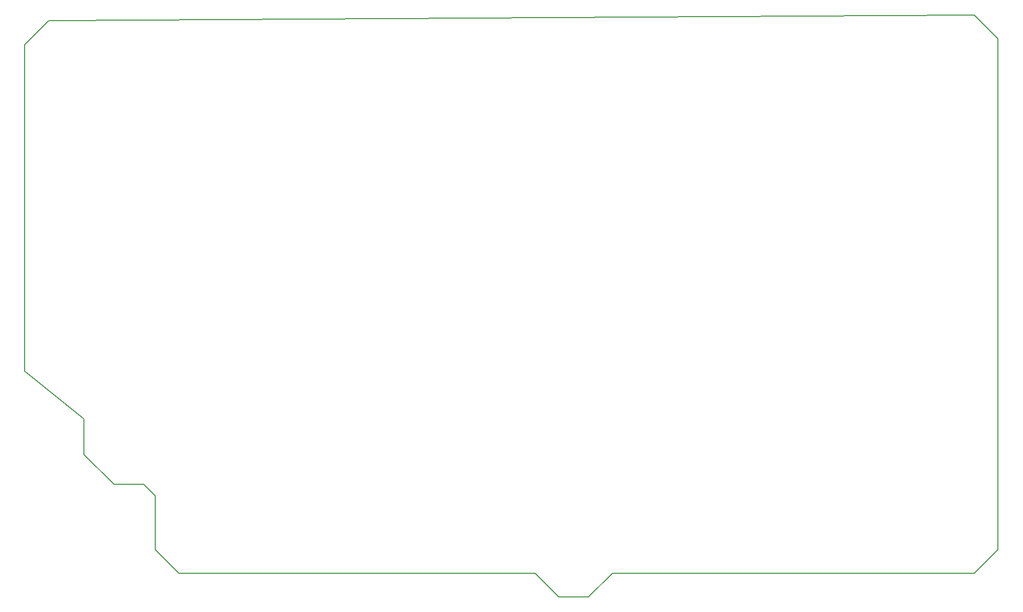
<source format=gko>
G04 #@! TF.GenerationSoftware,KiCad,Pcbnew,(5.0.0-rc2-83-gda392728d)*
G04 #@! TF.CreationDate,2018-08-15T23:30:18-03:00*
G04 #@! TF.ProjectId,fb15,666231352E6B696361645F7063620000,rev?*
G04 #@! TF.SameCoordinates,Original*
G04 #@! TF.FileFunction,Profile,NP*
%FSLAX46Y46*%
G04 Gerber Fmt 4.6, Leading zero omitted, Abs format (unit mm)*
G04 Created by KiCad (PCBNEW (5.0.0-rc2-83-gda392728d)) date 08/15/18 23:30:18*
%MOMM*%
%LPD*%
G01*
G04 APERTURE LIST*
%ADD10C,0.150000*%
G04 APERTURE END LIST*
D10*
X69000000Y-56000000D02*
X69000000Y-57000000D01*
X73000000Y-52000000D02*
X69000000Y-56000000D01*
X74000000Y-52000000D02*
X73000000Y-52000000D01*
X229000000Y-51000000D02*
X228000000Y-51000000D01*
X233000000Y-55000000D02*
X229000000Y-51000000D01*
X233000000Y-56000000D02*
X233000000Y-55000000D01*
X233000000Y-141000000D02*
X233000000Y-140000000D01*
X229000000Y-145000000D02*
X233000000Y-141000000D01*
X168000000Y-145000000D02*
X229000000Y-145000000D01*
X164000000Y-149000000D02*
X168000000Y-145000000D01*
X159000000Y-149000000D02*
X164000000Y-149000000D01*
X155000000Y-145000000D02*
X159000000Y-149000000D01*
X95000000Y-145000000D02*
X155000000Y-145000000D01*
X91000000Y-141000000D02*
X95000000Y-145000000D01*
X91000000Y-132000000D02*
X91000000Y-141000000D01*
X89000000Y-130000000D02*
X91000000Y-132000000D01*
X88000000Y-130000000D02*
X89000000Y-130000000D01*
X84000000Y-130000000D02*
X88000000Y-130000000D01*
X79000000Y-125000000D02*
X84000000Y-130000000D01*
X79000000Y-119000000D02*
X79000000Y-125000000D01*
X69000000Y-111000000D02*
X79000000Y-119000000D01*
X69000000Y-57000000D02*
X69000000Y-111000000D01*
X228000000Y-51000000D02*
X74000000Y-52000000D01*
X233000000Y-57000000D02*
X233000000Y-56000000D01*
X233000000Y-140000000D02*
X233000000Y-57000000D01*
M02*

</source>
